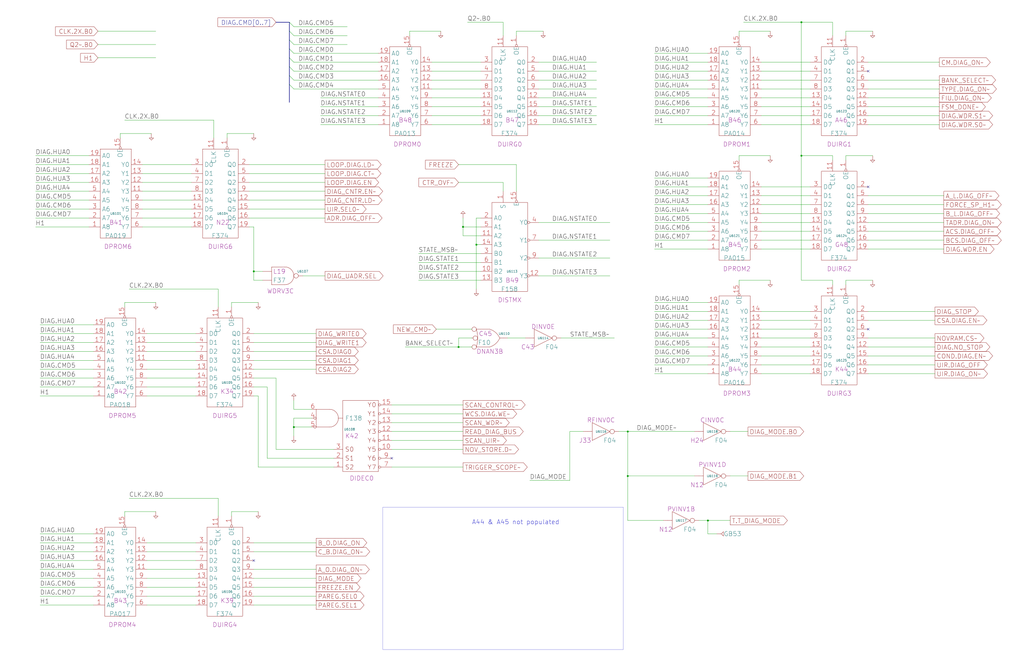
<source format=kicad_sch>
(kicad_sch (version 20250114) (generator "eeschema") (generator_version "9.0")
  (paper "User" 584.2 378.46)
  (title_block (title "DIAGNOSTIC PROCESSOR\\nFINITE STATE MACHINE") (date "15-MAR-90") (rev "1.0") (comment 1 "TYPE") (comment 2 "232-003062") (comment 3 "S400") (comment 4 "RELEASED"))
  (text "A44 & A45 not populated" (at 269.24 299.72 0) (effects (font (size 2.54 2.54)) (justify left bottom)))
  (junction (at 358.14 246.38))
  (junction (at 264.16 129.54))
  (junction (at 358.14 271.78))
  (junction (at 144.78 154.94))
  (junction (at 167.64 243.84))
  (junction (at 271.78 139.7))
  (junction (at 457.2 12.7))
  (junction (at 261.62 198.12))
  (junction (at 403.86 297.18))
  (junction (at 457.2 88.9))
  (no_connect (at 495.3 40.64))
  (no_connect (at 144.78 320.04))
  (no_connect (at 223.52 261.62))
  (no_connect (at 495.3 106.68))
  (no_connect (at 495.3 187.96))
  (bus_entry (at 165.1 12.7) (size 2.54 2.54))
  (bus_entry (at 165.1 17.78) (size 2.54 2.54))
  (bus_entry (at 165.1 27.94) (size 2.54 2.54))
  (bus_entry (at 165.1 22.86) (size 2.54 2.54))
  (bus_entry (at 165.1 38.1) (size 2.54 2.54))
  (bus_entry (at 165.1 33.02) (size 2.54 2.54))
  (bus_entry (at 165.1 48.26) (size 2.54 2.54))
  (bus_entry (at 165.1 43.18) (size 2.54 2.54))
  (wire (pts (xy 495.3 35.56) (xy 535.94 35.56)))
  (wire (pts (xy 482.6 160.02) (xy 482.6 162.56)))
  (wire (pts (xy 20.32 93.98) (xy 50.8 93.98)))
  (wire (pts (xy 416.56 271.78) (xy 426.72 271.78)))
  (wire (pts (xy 20.32 99.06) (xy 50.8 99.06)))
  (wire (pts (xy 157.48 256.54) (xy 190.5 256.54)))
  (wire (pts (xy 294.64 93.98) (xy 261.62 93.98)))
  (wire (pts (xy 81.28 119.38) (xy 109.22 119.38)))
  (bus (pts (xy 165.1 27.94) (xy 165.1 33.02)))
  (wire (pts (xy 182.88 55.88) (xy 215.9 55.88)))
  (wire (pts (xy 142.24 99.06) (xy 185.42 99.06)))
  (wire (pts (xy 246.38 71.12) (xy 274.32 71.12)))
  (wire (pts (xy 246.38 35.56) (xy 274.32 35.56)))
  (wire (pts (xy 497.84 160.02) (xy 482.6 160.02)))
  (wire (pts (xy 144.78 309.88) (xy 180.34 309.88)))
  (wire (pts (xy 403.86 297.18) (xy 416.56 297.18)))
  (wire (pts (xy 261.62 193.04) (xy 261.62 198.12)))
  (polyline (pts (xy 220.98 289.56) (xy 355.6 289.56)) (stroke (width 0.0305)))
  (wire (pts (xy 421.64 88.9) (xy 421.64 91.44)))
  (wire (pts (xy 55.88 25.4) (xy 88.9 25.4)))
  (wire (pts (xy 20.32 88.9) (xy 50.8 88.9)))
  (wire (pts (xy 271.78 139.7) (xy 271.78 165.1)))
  (wire (pts (xy 223.52 241.3) (xy 264.16 241.3)))
  (wire (pts (xy 83.82 330.2) (xy 111.76 330.2)))
  (wire (pts (xy 142.24 104.14) (xy 185.42 104.14)))
  (wire (pts (xy 495.3 193.04) (xy 533.4 193.04)))
  (wire (pts (xy 358.14 246.38) (xy 396.24 246.38)))
  (wire (pts (xy 55.88 33.02) (xy 88.9 33.02)))
  (wire (pts (xy 182.88 60.96) (xy 215.9 60.96)))
  (wire (pts (xy 73.66 165.1) (xy 124.46 165.1)))
  (wire (pts (xy 434.34 50.8) (xy 462.28 50.8)))
  (wire (pts (xy 287.02 104.14) (xy 261.62 104.14)))
  (wire (pts (xy 264.16 129.54) (xy 264.16 124.46)))
  (wire (pts (xy 307.34 157.48) (xy 347.98 157.48)))
  (wire (pts (xy 373.38 101.6) (xy 403.86 101.6)))
  (wire (pts (xy 83.82 335.28) (xy 111.76 335.28)))
  (wire (pts (xy 248.92 187.96) (xy 269.24 187.96)))
  (wire (pts (xy 309.88 17.78) (xy 294.64 17.78)))
  (wire (pts (xy 121.92 78.74) (xy 121.92 68.58)))
  (wire (pts (xy 373.38 40.64) (xy 403.86 40.64)))
  (wire (pts (xy 246.38 60.96) (xy 274.32 60.96)))
  (wire (pts (xy 294.64 17.78) (xy 294.64 20.32)))
  (wire (pts (xy 495.3 208.28) (xy 533.4 208.28)))
  (wire (pts (xy 238.76 149.86) (xy 274.32 149.86)))
  (wire (pts (xy 238.76 154.94) (xy 274.32 154.94)))
  (bus (pts (xy 165.1 33.02) (xy 165.1 38.1)))
  (wire (pts (xy 373.38 121.92) (xy 403.86 121.92)))
  (wire (pts (xy 142.24 119.38) (xy 185.42 119.38)))
  (wire (pts (xy 307.34 50.8) (xy 340.36 50.8)))
  (wire (pts (xy 358.14 271.78) (xy 358.14 246.38)))
  (wire (pts (xy 264.16 134.62) (xy 264.16 129.54)))
  (wire (pts (xy 22.86 195.58) (xy 53.34 195.58)))
  (wire (pts (xy 22.86 345.44) (xy 53.34 345.44)))
  (wire (pts (xy 495.3 213.36) (xy 533.4 213.36)))
  (wire (pts (xy 373.38 198.12) (xy 403.86 198.12)))
  (wire (pts (xy 307.34 40.64) (xy 340.36 40.64)))
  (wire (pts (xy 157.48 215.9) (xy 157.48 256.54)))
  (wire (pts (xy 20.32 109.22) (xy 50.8 109.22)))
  (wire (pts (xy 144.78 314.96) (xy 180.34 314.96)))
  (wire (pts (xy 434.34 187.96) (xy 462.28 187.96)))
  (wire (pts (xy 497.84 17.78) (xy 482.6 17.78)))
  (wire (pts (xy 144.78 330.2) (xy 180.34 330.2)))
  (wire (pts (xy 307.34 55.88) (xy 340.36 55.88)))
  (wire (pts (xy 434.34 203.2) (xy 462.28 203.2)))
  (wire (pts (xy 124.46 175.26) (xy 124.46 165.1)))
  (wire (pts (xy 83.82 340.36) (xy 111.76 340.36)))
  (wire (pts (xy 307.34 71.12) (xy 340.36 71.12)))
  (wire (pts (xy 88.9 292.1) (xy 71.12 292.1)))
  (wire (pts (xy 22.86 200.66) (xy 53.34 200.66)))
  (wire (pts (xy 434.34 66.04) (xy 462.28 66.04)))
  (wire (pts (xy 434.34 142.24) (xy 462.28 142.24)))
  (wire (pts (xy 434.34 121.92) (xy 462.28 121.92)))
  (wire (pts (xy 83.82 205.74) (xy 111.76 205.74)))
  (wire (pts (xy 274.32 129.54) (xy 264.16 129.54)))
  (wire (pts (xy 271.78 124.46) (xy 271.78 139.7)))
  (wire (pts (xy 20.32 104.14) (xy 50.8 104.14)))
  (wire (pts (xy 147.32 226.06) (xy 147.32 266.7)))
  (wire (pts (xy 233.68 17.78) (xy 233.68 20.32)))
  (wire (pts (xy 434.34 182.88) (xy 462.28 182.88)))
  (wire (pts (xy 83.82 210.82) (xy 111.76 210.82)))
  (wire (pts (xy 325.12 274.32) (xy 302.26 274.32)))
  (wire (pts (xy 152.4 261.62) (xy 190.5 261.62)))
  (wire (pts (xy 246.38 55.88) (xy 274.32 55.88)))
  (wire (pts (xy 142.24 109.22) (xy 185.42 109.22)))
  (bus (pts (xy 165.1 17.78) (xy 165.1 22.86)))
  (wire (pts (xy 144.78 190.5) (xy 180.34 190.5)))
  (polyline (pts (xy 218.44 289.56) (xy 220.98 289.56)) (stroke (width 0.0305)))
  (wire (pts (xy 22.86 226.06) (xy 53.34 226.06)))
  (wire (pts (xy 434.34 106.68) (xy 462.28 106.68)))
  (wire (pts (xy 434.34 132.08) (xy 462.28 132.08)))
  (wire (pts (xy 20.32 124.46) (xy 50.8 124.46)))
  (wire (pts (xy 144.78 226.06) (xy 147.32 226.06)))
  (wire (pts (xy 495.3 111.76) (xy 538.48 111.76)))
  (wire (pts (xy 83.82 215.9) (xy 111.76 215.9)))
  (wire (pts (xy 167.64 243.84) (xy 167.64 248.92)))
  (wire (pts (xy 495.3 116.84) (xy 538.48 116.84)))
  (wire (pts (xy 495.3 50.8) (xy 535.94 50.8)))
  (wire (pts (xy 495.3 177.8) (xy 533.4 177.8)))
  (wire (pts (xy 434.34 137.16) (xy 462.28 137.16)))
  (wire (pts (xy 274.32 124.46) (xy 271.78 124.46)))
  (wire (pts (xy 182.88 71.12) (xy 215.9 71.12)))
  (wire (pts (xy 358.14 271.78) (xy 396.24 271.78)))
  (wire (pts (xy 167.64 50.8) (xy 215.9 50.8)))
  (wire (pts (xy 83.82 325.12) (xy 111.76 325.12)))
  (wire (pts (xy 495.3 203.2) (xy 533.4 203.2)))
  (wire (pts (xy 22.86 190.5) (xy 53.34 190.5)))
  (wire (pts (xy 22.86 304.8) (xy 53.34 304.8)))
  (wire (pts (xy 251.46 17.78) (xy 233.68 17.78)))
  (wire (pts (xy 144.78 200.66) (xy 180.34 200.66)))
  (wire (pts (xy 373.38 35.56) (xy 403.86 35.56)))
  (wire (pts (xy 495.3 198.12) (xy 533.4 198.12)))
  (wire (pts (xy 495.3 121.92) (xy 538.48 121.92)))
  (wire (pts (xy 167.64 243.84) (xy 177.8 243.84)))
  (wire (pts (xy 434.34 35.56) (xy 462.28 35.56)))
  (wire (pts (xy 132.08 292.1) (xy 132.08 294.64)))
  (wire (pts (xy 144.78 335.28) (xy 180.34 335.28)))
  (wire (pts (xy 223.52 256.54) (xy 264.16 256.54)))
  (wire (pts (xy 307.34 147.32) (xy 347.98 147.32)))
  (wire (pts (xy 434.34 111.76) (xy 462.28 111.76)))
  (wire (pts (xy 22.86 340.36) (xy 53.34 340.36)))
  (wire (pts (xy 223.52 266.7) (xy 264.16 266.7)))
  (wire (pts (xy 495.3 182.88) (xy 533.4 182.88)))
  (wire (pts (xy 142.24 93.98) (xy 185.42 93.98)))
  (wire (pts (xy 144.78 345.44) (xy 180.34 345.44)))
  (wire (pts (xy 474.98 20.32) (xy 474.98 12.7)))
  (wire (pts (xy 408.94 304.8) (xy 403.86 304.8)))
  (bus (pts (xy 165.1 43.18) (xy 165.1 48.26)))
  (wire (pts (xy 223.52 246.38) (xy 264.16 246.38)))
  (wire (pts (xy 81.28 109.22) (xy 109.22 109.22)))
  (wire (pts (xy 373.38 50.8) (xy 403.86 50.8)))
  (wire (pts (xy 81.28 104.14) (xy 109.22 104.14)))
  (wire (pts (xy 373.38 172.72) (xy 403.86 172.72)))
  (wire (pts (xy 373.38 182.88) (xy 403.86 182.88)))
  (bus (pts (xy 165.1 48.26) (xy 165.1 58.42)))
  (wire (pts (xy 246.38 50.8) (xy 274.32 50.8)))
  (wire (pts (xy 373.38 30.48) (xy 403.86 30.48)))
  (wire (pts (xy 83.82 190.5) (xy 111.76 190.5)))
  (wire (pts (xy 144.78 220.98) (xy 152.4 220.98)))
  (wire (pts (xy 83.82 309.88) (xy 111.76 309.88)))
  (wire (pts (xy 287.02 109.22) (xy 287.02 104.14)))
  (wire (pts (xy 434.34 198.12) (xy 462.28 198.12)))
  (wire (pts (xy 83.82 314.96) (xy 111.76 314.96)))
  (wire (pts (xy 71.12 292.1) (xy 71.12 294.64)))
  (polyline (pts (xy 218.44 370.84) (xy 218.44 289.56)) (stroke (width 0.0305)))
  (polyline (pts (xy 355.6 370.84) (xy 218.44 370.84)) (stroke (width 0.0305)))
  (wire (pts (xy 246.38 40.64) (xy 274.32 40.64)))
  (wire (pts (xy 238.76 160.02) (xy 274.32 160.02)))
  (wire (pts (xy 231.14 198.12) (xy 261.62 198.12)))
  (wire (pts (xy 144.78 160.02) (xy 144.78 154.94)))
  (wire (pts (xy 457.2 88.9) (xy 457.2 160.02)))
  (wire (pts (xy 144.78 210.82) (xy 180.34 210.82)))
  (wire (pts (xy 144.78 325.12) (xy 180.34 325.12)))
  (wire (pts (xy 129.54 76.2) (xy 129.54 78.74)))
  (wire (pts (xy 22.86 220.98) (xy 53.34 220.98)))
  (wire (pts (xy 434.34 55.88) (xy 462.28 55.88)))
  (wire (pts (xy 274.32 134.62) (xy 264.16 134.62)))
  (wire (pts (xy 167.64 15.24) (xy 198.12 15.24)))
  (wire (pts (xy 223.52 231.14) (xy 264.16 231.14)))
  (wire (pts (xy 20.32 114.3) (xy 50.8 114.3)))
  (wire (pts (xy 373.38 111.76) (xy 403.86 111.76)))
  (wire (pts (xy 497.84 88.9) (xy 482.6 88.9)))
  (wire (pts (xy 434.34 40.64) (xy 462.28 40.64)))
  (wire (pts (xy 373.38 203.2) (xy 403.86 203.2)))
  (wire (pts (xy 20.32 129.54) (xy 50.8 129.54)))
  (wire (pts (xy 325.12 246.38) (xy 325.12 274.32)))
  (wire (pts (xy 261.62 198.12) (xy 269.24 198.12)))
  (wire (pts (xy 266.7 12.7) (xy 287.02 12.7)))
  (wire (pts (xy 373.38 45.72) (xy 403.86 45.72)))
  (wire (pts (xy 83.82 226.06) (xy 111.76 226.06)))
  (wire (pts (xy 152.4 220.98) (xy 152.4 261.62)))
  (wire (pts (xy 495.3 71.12) (xy 535.94 71.12)))
  (wire (pts (xy 246.38 45.72) (xy 274.32 45.72)))
  (wire (pts (xy 223.52 251.46) (xy 264.16 251.46)))
  (wire (pts (xy 81.28 129.54) (xy 109.22 129.54)))
  (wire (pts (xy 144.78 76.2) (xy 129.54 76.2)))
  (wire (pts (xy 147.32 266.7) (xy 190.5 266.7)))
  (wire (pts (xy 495.3 45.72) (xy 535.94 45.72)))
  (wire (pts (xy 373.38 213.36) (xy 403.86 213.36)))
  (wire (pts (xy 439.42 160.02) (xy 421.64 160.02)))
  (wire (pts (xy 68.58 76.2) (xy 68.58 78.74)))
  (wire (pts (xy 86.36 76.2) (xy 68.58 76.2)))
  (wire (pts (xy 482.6 17.78) (xy 482.6 20.32)))
  (wire (pts (xy 81.28 93.98) (xy 109.22 93.98)))
  (wire (pts (xy 373.38 71.12) (xy 403.86 71.12)))
  (wire (pts (xy 294.64 109.22) (xy 294.64 93.98)))
  (wire (pts (xy 167.64 25.4) (xy 198.12 25.4)))
  (wire (pts (xy 238.76 144.78) (xy 274.32 144.78)))
  (wire (pts (xy 147.32 292.1) (xy 132.08 292.1)))
  (wire (pts (xy 403.86 304.8) (xy 403.86 297.18)))
  (wire (pts (xy 167.64 40.64) (xy 215.9 40.64)))
  (wire (pts (xy 149.86 160.02) (xy 144.78 160.02)))
  (wire (pts (xy 373.38 132.08) (xy 403.86 132.08)))
  (wire (pts (xy 22.86 320.04) (xy 53.34 320.04)))
  (wire (pts (xy 22.86 309.88) (xy 53.34 309.88)))
  (wire (pts (xy 144.78 215.9) (xy 157.48 215.9)))
  (polyline (pts (xy 355.6 289.56) (xy 355.6 370.84)) (stroke (width 0.0305)))
  (bus (pts (xy 165.1 22.86) (xy 165.1 27.94)))
  (wire (pts (xy 495.3 127) (xy 538.48 127)))
  (wire (pts (xy 20.32 119.38) (xy 50.8 119.38)))
  (wire (pts (xy 434.34 60.96) (xy 462.28 60.96)))
  (wire (pts (xy 482.6 88.9) (xy 482.6 91.44)))
  (wire (pts (xy 373.38 60.96) (xy 403.86 60.96)))
  (wire (pts (xy 81.28 124.46) (xy 109.22 124.46)))
  (wire (pts (xy 22.86 330.2) (xy 53.34 330.2)))
  (bus (pts (xy 165.1 12.7) (xy 165.1 17.78)))
  (wire (pts (xy 332.74 246.38) (xy 325.12 246.38)))
  (wire (pts (xy 223.52 236.22) (xy 264.16 236.22)))
  (wire (pts (xy 434.34 208.28) (xy 462.28 208.28)))
  (wire (pts (xy 474.98 91.44) (xy 474.98 88.9)))
  (wire (pts (xy 144.78 195.58) (xy 180.34 195.58)))
  (wire (pts (xy 474.98 162.56) (xy 474.98 160.02)))
  (wire (pts (xy 71.12 68.58) (xy 121.92 68.58)))
  (wire (pts (xy 124.46 294.64) (xy 124.46 284.48)))
  (wire (pts (xy 83.82 195.58) (xy 111.76 195.58)))
  (wire (pts (xy 434.34 177.8) (xy 462.28 177.8)))
  (wire (pts (xy 289.56 193.04) (xy 299.72 193.04)))
  (wire (pts (xy 172.72 157.48) (xy 185.42 157.48)))
  (wire (pts (xy 132.08 172.72) (xy 132.08 175.26)))
  (wire (pts (xy 73.66 284.48) (xy 124.46 284.48)))
  (wire (pts (xy 358.14 297.18) (xy 358.14 271.78)))
  (wire (pts (xy 307.34 45.72) (xy 340.36 45.72)))
  (wire (pts (xy 83.82 200.66) (xy 111.76 200.66)))
  (wire (pts (xy 83.82 220.98) (xy 111.76 220.98)))
  (wire (pts (xy 144.78 154.94) (xy 144.78 129.54)))
  (wire (pts (xy 177.8 233.68) (xy 167.64 233.68)))
  (wire (pts (xy 246.38 66.04) (xy 274.32 66.04)))
  (wire (pts (xy 81.28 99.06) (xy 109.22 99.06)))
  (wire (pts (xy 495.3 132.08) (xy 538.48 132.08)))
  (wire (pts (xy 271.78 139.7) (xy 274.32 139.7)))
  (wire (pts (xy 83.82 345.44) (xy 111.76 345.44)))
  (wire (pts (xy 167.64 20.32) (xy 198.12 20.32)))
  (wire (pts (xy 353.06 246.38) (xy 358.14 246.38)))
  (wire (pts (xy 144.78 154.94) (xy 149.86 154.94)))
  (wire (pts (xy 373.38 116.84) (xy 403.86 116.84)))
  (wire (pts (xy 434.34 193.04) (xy 462.28 193.04)))
  (wire (pts (xy 167.64 45.72) (xy 215.9 45.72)))
  (wire (pts (xy 421.64 17.78) (xy 421.64 20.32)))
  (wire (pts (xy 373.38 106.68) (xy 403.86 106.68)))
  (wire (pts (xy 434.34 213.36) (xy 462.28 213.36)))
  (wire (pts (xy 495.3 137.16) (xy 538.48 137.16)))
  (wire (pts (xy 439.42 17.78) (xy 421.64 17.78)))
  (wire (pts (xy 434.34 71.12) (xy 462.28 71.12)))
  (wire (pts (xy 495.3 66.04) (xy 535.94 66.04)))
  (wire (pts (xy 307.34 137.16) (xy 347.98 137.16)))
  (wire (pts (xy 167.64 35.56) (xy 215.9 35.56)))
  (wire (pts (xy 307.34 66.04) (xy 340.36 66.04)))
  (wire (pts (xy 416.56 246.38) (xy 426.72 246.38)))
  (wire (pts (xy 177.8 238.76) (xy 167.64 238.76)))
  (wire (pts (xy 434.34 116.84) (xy 462.28 116.84)))
  (bus (pts (xy 157.48 12.7) (xy 165.1 12.7)))
  (wire (pts (xy 320.04 193.04) (xy 350.52 193.04)))
  (wire (pts (xy 373.38 187.96) (xy 403.86 187.96)))
  (wire (pts (xy 83.82 320.04) (xy 111.76 320.04)))
  (wire (pts (xy 434.34 45.72) (xy 462.28 45.72)))
  (wire (pts (xy 378.46 297.18) (xy 358.14 297.18)))
  (wire (pts (xy 457.2 12.7) (xy 457.2 88.9)))
  (wire (pts (xy 269.24 193.04) (xy 261.62 193.04)))
  (wire (pts (xy 373.38 55.88) (xy 403.86 55.88)))
  (wire (pts (xy 495.3 142.24) (xy 538.48 142.24)))
  (wire (pts (xy 167.64 238.76) (xy 167.64 243.84)))
  (wire (pts (xy 144.78 129.54) (xy 142.24 129.54)))
  (wire (pts (xy 287.02 20.32) (xy 287.02 12.7)))
  (wire (pts (xy 398.78 297.18) (xy 403.86 297.18)))
  (wire (pts (xy 81.28 114.3) (xy 109.22 114.3)))
  (wire (pts (xy 88.9 172.72) (xy 71.12 172.72)))
  (wire (pts (xy 22.86 210.82) (xy 53.34 210.82)))
  (wire (pts (xy 434.34 127) (xy 462.28 127)))
  (wire (pts (xy 307.34 35.56) (xy 340.36 35.56)))
  (wire (pts (xy 22.86 325.12) (xy 53.34 325.12)))
  (wire (pts (xy 495.3 60.96) (xy 535.94 60.96)))
  (wire (pts (xy 167.64 233.68) (xy 167.64 228.6)))
  (wire (pts (xy 182.88 66.04) (xy 215.9 66.04)))
  (wire (pts (xy 55.88 17.78) (xy 88.9 17.78)))
  (wire (pts (xy 147.32 172.72) (xy 132.08 172.72)))
  (wire (pts (xy 22.86 215.9) (xy 53.34 215.9)))
  (wire (pts (xy 22.86 205.74) (xy 53.34 205.74)))
  (wire (pts (xy 144.78 205.74) (xy 180.34 205.74)))
  (wire (pts (xy 373.38 127) (xy 403.86 127)))
  (wire (pts (xy 142.24 114.3) (xy 185.42 114.3)))
  (wire (pts (xy 22.86 335.28) (xy 53.34 335.28)))
  (wire (pts (xy 307.34 127) (xy 347.98 127)))
  (wire (pts (xy 144.78 340.36) (xy 180.34 340.36)))
  (wire (pts (xy 474.98 88.9) (xy 457.2 88.9)))
  (wire (pts (xy 142.24 124.46) (xy 185.42 124.46)))
  (wire (pts (xy 424.18 12.7) (xy 457.2 12.7)))
  (wire (pts (xy 22.86 314.96) (xy 53.34 314.96)))
  (wire (pts (xy 457.2 12.7) (xy 474.98 12.7)))
  (wire (pts (xy 421.64 160.02) (xy 421.64 162.56)))
  (wire (pts (xy 474.98 160.02) (xy 457.2 160.02)))
  (bus (pts (xy 165.1 38.1) (xy 165.1 43.18)))
  (wire (pts (xy 167.64 30.48) (xy 215.9 30.48)))
  (wire (pts (xy 373.38 66.04) (xy 403.86 66.04)))
  (wire (pts (xy 439.42 88.9) (xy 421.64 88.9)))
  (wire (pts (xy 71.12 172.72) (xy 71.12 175.26)))
  (wire (pts (xy 373.38 177.8) (xy 403.86 177.8)))
  (wire (pts (xy 373.38 208.28) (xy 403.86 208.28)))
  (wire (pts (xy 22.86 185.42) (xy 53.34 185.42)))
  (wire (pts (xy 373.38 142.24) (xy 403.86 142.24)))
  (wire (pts (xy 373.38 137.16) (xy 403.86 137.16)))
  (wire (pts (xy 495.3 55.88) (xy 535.94 55.88)))
  (wire (pts (xy 373.38 193.04) (xy 403.86 193.04)))
  (wire (pts (xy 307.34 60.96) (xy 340.36 60.96)))
  (label "DIAG.NSTATE0" (at 314.96 127 0) (effects (font (size 2.54 2.54))))
  (label "DIAG.CMD6" (at 373.38 60.96 0) (effects (font (size 2.54 2.54))))
  (label "Q2~.B0" (at 266.7 12.7 0) (effects (font (size 2.54 2.54))))
  (label "DIAG.CMD2" (at 170.18 40.64 0) (effects (font (size 2.54 2.54))))
  (label "DIAG.CMD6" (at 373.38 132.08 0) (effects (font (size 2.54 2.54))))
  (label "H1" (at 373.38 71.12 0) (effects (font (size 2.54 2.54))))
  (label "DIAG.HUA0" (at 373.38 172.72 0) (effects (font (size 2.54 2.54))))
  (label "DIAG.CMD5" (at 22.86 210.82 0) (effects (font (size 2.54 2.54))))
  (label "DIAG.CMD7" (at 22.86 340.36 0) (effects (font (size 2.54 2.54))))
  (label "H1" (at 22.86 345.44 0) (effects (font (size 2.54 2.54))))
  (label "H1" (at 20.32 129.54 0) (effects (font (size 2.54 2.54))))
  (label "DIAG.STATE2" (at 314.96 66.04 0) (effects (font (size 2.54 2.54))))
  (label "H1" (at 373.38 213.36 0) (effects (font (size 2.54 2.54))))
  (label "DIAG.NSTATE2" (at 314.96 147.32 0) (effects (font (size 2.54 2.54))))
  (label "DIAG.HUA1" (at 22.86 309.88 0) (effects (font (size 2.54 2.54))))
  (label "DIAG.NSTATE3" (at 314.96 157.48 0) (effects (font (size 2.54 2.54))))
  (label "DIAG.HUA2" (at 373.38 182.88 0) (effects (font (size 2.54 2.54))))
  (label "DIAG.HUA4" (at 22.86 205.74 0) (effects (font (size 2.54 2.54))))
  (label "DIAG.HUA0" (at 20.32 88.9 0) (effects (font (size 2.54 2.54))))
  (label "DIAG.NSTATE0" (at 182.88 55.88 0) (effects (font (size 2.54 2.54))))
  (label "DIAG.HUA0" (at 373.38 101.6 0) (effects (font (size 2.54 2.54))))
  (label "DIAG.HUA1" (at 314.96 40.64 0) (effects (font (size 2.54 2.54))))
  (label "DIAG.HUA2" (at 314.96 45.72 0) (effects (font (size 2.54 2.54))))
  (label "DIAG.STATE3" (at 314.96 71.12 0) (effects (font (size 2.54 2.54))))
  (label "CLK.2X.B0" (at 71.12 68.58 0) (effects (font (size 2.54 2.54))))
  (label "DIAG.CMD4" (at 170.18 50.8 0) (effects (font (size 2.54 2.54))))
  (label "DIAG.NSTATE2" (at 182.88 66.04 0) (effects (font (size 2.54 2.54))))
  (label "DIAG.CMD5" (at 22.86 330.2 0) (effects (font (size 2.54 2.54))))
  (label "DIAG.CMD6" (at 22.86 335.28 0) (effects (font (size 2.54 2.54))))
  (label "DIAG.HUA4" (at 373.38 121.92 0) (effects (font (size 2.54 2.54))))
  (label "DIAG.HUA4" (at 314.96 55.88 0) (effects (font (size 2.54 2.54))))
  (label "DIAG.HUA2" (at 373.38 40.64 0) (effects (font (size 2.54 2.54))))
  (label "DIAG.HUA4" (at 22.86 325.12 0) (effects (font (size 2.54 2.54))))
  (label "DIAG.HUA1" (at 373.38 177.8 0) (effects (font (size 2.54 2.54))))
  (label "DIAG.HUA1" (at 373.38 35.56 0) (effects (font (size 2.54 2.54))))
  (label "DIAG.NSTATE3" (at 182.88 71.12 0) (effects (font (size 2.54 2.54))))
  (label "DIAG.CMD1" (at 170.18 35.56 0) (effects (font (size 2.54 2.54))))
  (label "DIAG.HUA1" (at 373.38 106.68 0) (effects (font (size 2.54 2.54))))
  (label "DIAG.CMD5" (at 373.38 55.88 0) (effects (font (size 2.54 2.54))))
  (label "DIAG.HUA3" (at 20.32 104.14 0) (effects (font (size 2.54 2.54))))
  (label "DIAG.HUA1" (at 20.32 93.98 0) (effects (font (size 2.54 2.54))))
  (label "DIAG.CMD6" (at 170.18 20.32 0) (effects (font (size 2.54 2.54))))
  (label "CLK.2X.B0" (at 73.66 284.48 0) (effects (font (size 2.54 2.54))))
  (label "DIAG.CMD7" (at 22.86 220.98 0) (effects (font (size 2.54 2.54))))
  (label "DIAG.CMD6" (at 22.86 215.9 0) (effects (font (size 2.54 2.54))))
  (label "DIAG.CMD0" (at 170.18 30.48 0) (effects (font (size 2.54 2.54))))
  (label "DIAG_MODE~" (at 363.22 246.38 0) (effects (font (size 2.54 2.54))))
  (label "DIAG.CMD7" (at 373.38 137.16 0) (effects (font (size 2.54 2.54))))
  (label "DIAG.CMD6" (at 20.32 119.38 0) (effects (font (size 2.54 2.54))))
  (label "H1" (at 373.38 142.24 0) (effects (font (size 2.54 2.54))))
  (label "DIAG.CMD5" (at 20.32 114.3 0) (effects (font (size 2.54 2.54))))
  (label "DIAG.STATE1" (at 238.76 149.86 0) (effects (font (size 2.54 2.54))))
  (label "DIAG.STATE3" (at 238.76 160.02 0) (effects (font (size 2.54 2.54))))
  (label "DIAG.NSTATE1" (at 314.96 137.16 0) (effects (font (size 2.54 2.54))))
  (label "DIAG.CMD7" (at 170.18 25.4 0) (effects (font (size 2.54 2.54))))
  (label "DIAG.HUA0" (at 373.38 30.48 0) (effects (font (size 2.54 2.54))))
  (label "DIAG.STATE1" (at 314.96 60.96 0) (effects (font (size 2.54 2.54))))
  (label "DIAG.HUA3" (at 373.38 116.84 0) (effects (font (size 2.54 2.54))))
  (label "DIAG.HUA4" (at 20.32 109.22 0) (effects (font (size 2.54 2.54))))
  (label "DIAG.HUA3" (at 314.96 50.8 0) (effects (font (size 2.54 2.54))))
  (label "DIAG.CMD7" (at 373.38 208.28 0) (effects (font (size 2.54 2.54))))
  (label "DIAG.CMD7" (at 20.32 124.46 0) (effects (font (size 2.54 2.54))))
  (label "DIAG.HUA3" (at 373.38 187.96 0) (effects (font (size 2.54 2.54))))
  (label "DIAG.CMD5" (at 373.38 198.12 0) (effects (font (size 2.54 2.54))))
  (label "BANK_SELECT~" (at 231.14 198.12 0) (effects (font (size 2.54 2.54))))
  (label "DIAG.STATE2" (at 238.76 154.94 0) (effects (font (size 2.54 2.54))))
  (label "DIAG.HUA4" (at 373.38 50.8 0) (effects (font (size 2.54 2.54))))
  (label "DIAG.CMD5" (at 373.38 127 0) (effects (font (size 2.54 2.54))))
  (label "DIAG.CMD6" (at 373.38 203.2 0) (effects (font (size 2.54 2.54))))
  (label "DIAG.HUA2" (at 22.86 314.96 0) (effects (font (size 2.54 2.54))))
  (label "H1" (at 22.86 226.06 0) (effects (font (size 2.54 2.54))))
  (label "DIAG.CMD3" (at 170.18 45.72 0) (effects (font (size 2.54 2.54))))
  (label "DIAG.HUA0" (at 314.96 35.56 0) (effects (font (size 2.54 2.54))))
  (label "DIAG.HUA2" (at 373.38 111.76 0) (effects (font (size 2.54 2.54))))
  (label "DIAG.HUA1" (at 22.86 190.5 0) (effects (font (size 2.54 2.54))))
  (label "CLK.2X.B0" (at 73.66 165.1 0) (effects (font (size 2.54 2.54))))
  (label "DIAG.HUA3" (at 22.86 200.66 0) (effects (font (size 2.54 2.54))))
  (label "DIAG.HUA3" (at 373.38 45.72 0) (effects (font (size 2.54 2.54))))
  (label "DIAG_MODE" (at 302.26 274.32 0) (effects (font (size 2.54 2.54))))
  (label "DIAG.HUA0" (at 22.86 304.8 0) (effects (font (size 2.54 2.54))))
  (label "DIAG.HUA2" (at 20.32 99.06 0) (effects (font (size 2.54 2.54))))
  (label "DIAG.HUA2" (at 22.86 195.58 0) (effects (font (size 2.54 2.54))))
  (label "DIAG.HUA4" (at 373.38 193.04 0) (effects (font (size 2.54 2.54))))
  (label "DIAG.NSTATE1" (at 182.88 60.96 0) (effects (font (size 2.54 2.54))))
  (label "CLK.2X.B0" (at 424.18 12.7 0) (effects (font (size 2.54 2.54))))
  (label "STATE_MSB~" (at 325.12 193.04 0) (effects (font (size 2.54 2.54))))
  (label "DIAG.CMD5" (at 170.18 15.24 0) (effects (font (size 2.54 2.54))))
  (label "STATE_MSB~" (at 238.76 144.78 0) (effects (font (size 2.54 2.54))))
  (label "DIAG.HUA0" (at 22.86 185.42 0) (effects (font (size 2.54 2.54))))
  (label "DIAG.CMD7" (at 373.38 66.04 0) (effects (font (size 2.54 2.54))))
  (label "DIAG.HUA3" (at 22.86 320.04 0) (effects (font (size 2.54 2.54))))
  (global_label "SCAN_CONTROL~" (shape output) (at 264.16 231.14 0) (effects (font (size 2.54 2.54))) (property "Intersheetrefs" "${INTERSHEET_REFS}" (at 299.3965 230.9813 0) (effects (font (size 1.905 1.905)) (justify left))))
  (global_label "UIR.DIAG_ON~" (shape output) (at 533.4 213.36 0) (effects (font (size 2.54 2.54))) (property "Intersheetrefs" "${INTERSHEET_REFS}" (at 563.1936 213.2013 0) (effects (font (size 1.905 1.905)) (justify left))))
  (global_label "FORCE_SP_H1~" (shape output) (at 538.48 116.84 0) (effects (font (size 2.54 2.54))) (property "Intersheetrefs" "${INTERSHEET_REFS}" (at 571.0555 116.6813 0) (effects (font (size 1.905 1.905)) (justify left))))
  (global_label "PAREG.SEL1" (shape output) (at 180.34 345.44 0) (effects (font (size 2.54 2.54))) (property "Intersheetrefs" "${INTERSHEET_REFS}" (at 207.4726 345.2813 0) (effects (font (size 1.905 1.905)) (justify left))))
  (global_label "SCAN_UIR~" (shape output) (at 264.16 251.46 0) (effects (font (size 2.54 2.54))) (property "Intersheetrefs" "${INTERSHEET_REFS}" (at 288.7526 251.3013 0) (effects (font (size 1.905 1.905)) (justify left))))
  (global_label "READ_DIAG_BUS" (shape output) (at 264.16 246.38 0) (effects (font (size 2.54 2.54))) (property "Intersheetrefs" "${INTERSHEET_REFS}" (at 298.3079 246.2213 0) (effects (font (size 1.905 1.905)) (justify left))))
  (global_label "TRIGGER_SCOPE~" (shape output) (at 264.16 266.7 0) (effects (font (size 2.54 2.54))) (property "Intersheetrefs" "${INTERSHEET_REFS}" (at 300.606 266.5413 0) (effects (font (size 1.905 1.905)) (justify left))))
  (global_label "DIAG_UADR.SEL" (shape output) (at 185.42 157.48 0) (effects (font (size 2.54 2.54))) (property "Intersheetrefs" "${INTERSHEET_REFS}" (at 218.3584 157.3213 0) (effects (font (size 1.905 1.905)) (justify left))))
  (global_label "A_O.DIAG_ON~" (shape output) (at 180.34 325.12 0) (effects (font (size 2.54 2.54))) (property "Intersheetrefs" "${INTERSHEET_REFS}" (at 210.4965 324.9613 0) (effects (font (size 1.905 1.905)) (justify left))))
  (global_label "DIAG_MODE.B1" (shape output) (at 426.72 271.78 0) (effects (font (size 2.54 2.54))) (property "Intersheetrefs" "${INTERSHEET_REFS}" (at 458.3279 271.6213 0) (effects (font (size 1.905 1.905)) (justify left))))
  (global_label "ADR.DIAG_OFF~" (shape output) (at 185.42 124.46 0) (effects (font (size 2.54 2.54))) (property "Intersheetrefs" "${INTERSHEET_REFS}" (at 217.7536 124.3013 0) (effects (font (size 1.905 1.905)) (justify left))))
  (global_label "DIAG_MODE.B0" (shape output) (at 426.72 246.38 0) (effects (font (size 2.54 2.54))) (property "Intersheetrefs" "${INTERSHEET_REFS}" (at 458.3279 246.2213 0) (effects (font (size 1.905 1.905)) (justify left))))
  (global_label "DIAG_CNTR.EN~" (shape output) (at 185.42 109.22 0) (effects (font (size 2.54 2.54))) (property "Intersheetrefs" "${INTERSHEET_REFS}" (at 218.1165 109.0613 0) (effects (font (size 1.905 1.905)) (justify left))))
  (global_label "H1" (shape input) (at 55.88 33.02 180) (effects (font (size 2.54 2.54))) (property "Intersheetrefs" "${INTERSHEET_REFS}" (at 46.1645 32.8613 0) (effects (font (size 1.905 1.905)) (justify right))))
  (global_label "CSA.DIAG0" (shape output) (at 180.34 200.66 0) (effects (font (size 2.54 2.54))) (property "Intersheetrefs" "${INTERSHEET_REFS}" (at 204.2069 200.5013 0) (effects (font (size 1.905 1.905)) (justify left))))
  (global_label "DIAG.NO_STOP" (shape output) (at 533.4 198.12 0) (effects (font (size 2.54 2.54))) (property "Intersheetrefs" "${INTERSHEET_REFS}" (at 564.5241 197.9613 0) (effects (font (size 1.905 1.905)) (justify left))))
  (global_label "Q2~.B0" (shape input) (at 55.88 25.4 180) (effects (font (size 2.54 2.54))) (property "Intersheetrefs" "${INTERSHEET_REFS}" (at 38.1816 25.2413 0) (effects (font (size 1.905 1.905)) (justify right))))
  (global_label "ACS.DIAG_OFF~" (shape output) (at 538.48 132.08 0) (effects (font (size 2.54 2.54))) (property "Intersheetrefs" "${INTERSHEET_REFS}" (at 570.6926 131.9213 0) (effects (font (size 1.905 1.905)) (justify left))))
  (global_label "FREEZE" (shape input) (at 261.62 93.98 180) (effects (font (size 2.54 2.54))) (property "Intersheetrefs" "${INTERSHEET_REFS}" (at 242.954 93.8213 0) (effects (font (size 1.905 1.905)) (justify right))))
  (global_label "B_O.DIAG_ON" (shape output) (at 180.34 309.88 0) (effects (font (size 2.54 2.54))) (property "Intersheetrefs" "${INTERSHEET_REFS}" (at 209.045 309.7213 0) (effects (font (size 1.905 1.905)) (justify left))))
  (global_label "CTR_OVF~" (shape input) (at 261.62 104.14 180) (effects (font (size 2.54 2.54))) (property "Intersheetrefs" "${INTERSHEET_REFS}" (at 239.2045 103.9813 0) (effects (font (size 1.905 1.905)) (justify right))))
  (global_label "DIAG_WRITE0" (shape output) (at 180.34 190.5 0) (effects (font (size 2.54 2.54))) (property "Intersheetrefs" "${INTERSHEET_REFS}" (at 208.6822 190.3413 0) (effects (font (size 1.905 1.905)) (justify left))))
  (global_label "LOOP.DIAG.LD~" (shape output) (at 185.42 93.98 0) (effects (font (size 2.54 2.54))) (property "Intersheetrefs" "${INTERSHEET_REFS}" (at 217.2698 93.8213 0) (effects (font (size 1.905 1.905)) (justify left))))
  (global_label "FSM_DONE~" (shape output) (at 535.94 60.96 0) (effects (font (size 2.54 2.54))) (property "Intersheetrefs" "${INTERSHEET_REFS}" (at 562.1746 60.8013 0) (effects (font (size 1.905 1.905)) (justify left))))
  (global_label "PAREG.SEL0" (shape output) (at 180.34 340.36 0) (effects (font (size 2.54 2.54))) (property "Intersheetrefs" "${INTERSHEET_REFS}" (at 207.4726 340.2013 0) (effects (font (size 1.905 1.905)) (justify left))))
  (global_label "TADR.DIAG_ON~" (shape output) (at 538.48 127 0) (effects (font (size 2.54 2.54))) (property "Intersheetrefs" "${INTERSHEET_REFS}" (at 571.0555 126.8413 0) (effects (font (size 1.905 1.905)) (justify left))))
  (global_label "DIAG.CMD[0..7]" (shape input) (at 157.48 12.7 180) (effects (font (size 2.54 2.54))) (property "Intersheetrefs" "${INTERSHEET_REFS}" (at 124.5416 12.5413 0) (effects (font (size 1.905 1.905)) (justify right))))
  (global_label "COND.DIAG.EN~" (shape output) (at 533.4 203.2 0) (effects (font (size 2.54 2.54))) (property "Intersheetrefs" "${INTERSHEET_REFS}" (at 566.0965 203.0413 0) (effects (font (size 1.905 1.905)) (justify left))))
  (global_label "B_L.DIAG_OFF~" (shape output) (at 538.48 121.92 0) (effects (font (size 2.54 2.54))) (property "Intersheetrefs" "${INTERSHEET_REFS}" (at 570.0879 121.7613 0) (effects (font (size 1.905 1.905)) (justify left))))
  (global_label "DIAG_CNTR.LD~" (shape output) (at 185.42 114.3 0) (effects (font (size 2.54 2.54))) (property "Intersheetrefs" "${INTERSHEET_REFS}" (at 217.7536 114.1413 0) (effects (font (size 1.905 1.905)) (justify left))))
  (global_label "CLK.2X.B0" (shape input) (at 55.88 17.78 180) (effects (font (size 2.54 2.54))) (property "Intersheetrefs" "${INTERSHEET_REFS}" (at 31.8921 17.6213 0) (effects (font (size 1.905 1.905)) (justify right))))
  (global_label "TYPE.DIAG_ON~" (shape output) (at 535.94 50.8 0) (effects (font (size 2.54 2.54))) (property "Intersheetrefs" "${INTERSHEET_REFS}" (at 568.2736 50.6413 0) (effects (font (size 1.905 1.905)) (justify left))))
  (global_label "DIAG_MODE" (shape output) (at 180.34 330.2 0) (effects (font (size 2.54 2.54))) (property "Intersheetrefs" "${INTERSHEET_REFS}" (at 205.7793 330.0413 0) (effects (font (size 1.905 1.905)) (justify left))))
  (global_label "T.T_DIAG_MODE" (shape output) (at 416.56 297.18 0) (effects (font (size 2.54 2.54))) (property "Intersheetrefs" "${INTERSHEET_REFS}" (at 449.0145 297.0213 0) (effects (font (size 1.905 1.905)) (justify left))))
  (global_label "DIAG_WRITE1" (shape output) (at 180.34 195.58 0) (effects (font (size 2.54 2.54))) (property "Intersheetrefs" "${INTERSHEET_REFS}" (at 208.6822 195.4213 0) (effects (font (size 1.905 1.905)) (justify left))))
  (global_label "NEW_CMD~" (shape input) (at 248.92 187.96 180) (effects (font (size 2.54 2.54))) (property "Intersheetrefs" "${INTERSHEET_REFS}" (at 224.6902 187.8013 0) (effects (font (size 1.905 1.905)) (justify right))))
  (global_label "CSA.DIAG1" (shape output) (at 180.34 205.74 0) (effects (font (size 2.54 2.54))) (property "Intersheetrefs" "${INTERSHEET_REFS}" (at 204.2069 205.5813 0) (effects (font (size 1.905 1.905)) (justify left))))
  (global_label "FIU.DIAG_ON~" (shape output) (at 535.94 55.88 0) (effects (font (size 2.54 2.54))) (property "Intersheetrefs" "${INTERSHEET_REFS}" (at 565.3707 55.7213 0) (effects (font (size 1.905 1.905)) (justify left))))
  (global_label "LOOP.DIAG.CT~" (shape output) (at 185.42 99.06 0) (effects (font (size 2.54 2.54))) (property "Intersheetrefs" "${INTERSHEET_REFS}" (at 217.1488 98.9013 0) (effects (font (size 1.905 1.905)) (justify left))))
  (global_label "NOV_STORE.D~" (shape output) (at 264.16 256.54 0) (effects (font (size 2.54 2.54))) (property "Intersheetrefs" "${INTERSHEET_REFS}" (at 295.6469 256.3813 0) (effects (font (size 1.905 1.905)) (justify left))))
  (global_label "CM.DIAG_ON~" (shape output) (at 535.94 35.56 0) (effects (font (size 2.54 2.54))) (property "Intersheetrefs" "${INTERSHEET_REFS}" (at 564.766 35.4013 0) (effects (font (size 1.905 1.905)) (justify left))))
  (global_label "SCAN_WDR~" (shape output) (at 264.16 241.3 0) (effects (font (size 2.54 2.54))) (property "Intersheetrefs" "${INTERSHEET_REFS}" (at 290.325 241.1413 0) (effects (font (size 1.905 1.905)) (justify left))))
  (global_label "UIR.SEL0~" (shape output) (at 185.42 119.38 0) (effects (font (size 2.54 2.54))) (property "Intersheetrefs" "${INTERSHEET_REFS}" (at 208.6822 119.2213 0) (effects (font (size 1.905 1.905)) (justify left))))
  (global_label "UIR.DIAG_OFF" (shape output) (at 533.4 208.28 0) (effects (font (size 2.54 2.54))) (property "Intersheetrefs" "${INTERSHEET_REFS}" (at 563.0726 208.1213 0) (effects (font (size 1.905 1.905)) (justify left))))
  (global_label "CSA.DIAG2" (shape output) (at 180.34 210.82 0) (effects (font (size 2.54 2.54))) (property "Intersheetrefs" "${INTERSHEET_REFS}" (at 204.2069 210.6613 0) (effects (font (size 1.905 1.905)) (justify left))))
  (global_label "C_B.DIAG_ON~" (shape output) (at 180.34 314.96 0) (effects (font (size 2.54 2.54))) (property "Intersheetrefs" "${INTERSHEET_REFS}" (at 210.9289 314.8013 0) (effects (font (size 1.905 1.905)) (justify left))))
  (global_label "WCS.DIAG.WE~" (shape output) (at 264.16 236.22 0) (effects (font (size 2.54 2.54))) (property "Intersheetrefs" "${INTERSHEET_REFS}" (at 294.5584 236.0613 0) (effects (font (size 1.905 1.905)) (justify left))))
  (global_label "DIAG.WDR.S0~" (shape output) (at 535.94 71.12 0) (effects (font (size 2.54 2.54))) (property "Intersheetrefs" "${INTERSHEET_REFS}" (at 566.0965 70.9613 0) (effects (font (size 1.905 1.905)) (justify left))))
  (global_label "DIAG.WDR.S1~" (shape output) (at 535.94 66.04 0) (effects (font (size 2.54 2.54))) (property "Intersheetrefs" "${INTERSHEET_REFS}" (at 566.0965 65.8813 0) (effects (font (size 1.905 1.905)) (justify left))))
  (global_label "FREEZE.EN" (shape output) (at 180.34 335.28 0) (effects (font (size 2.54 2.54))) (property "Intersheetrefs" "${INTERSHEET_REFS}" (at 205.1745 335.1213 0) (effects (font (size 1.905 1.905)) (justify left))))
  (global_label "DIAG.WDR.EN" (shape output) (at 538.48 142.24 0) (effects (font (size 2.54 2.54))) (property "Intersheetrefs" "${INTERSHEET_REFS}" (at 566.9431 142.0813 0) (effects (font (size 1.905 1.905)) (justify left))))
  (global_label "NOVRAM.CS~" (shape output) (at 533.4 193.04 0) (effects (font (size 2.54 2.54))) (property "Intersheetrefs" "${INTERSHEET_REFS}" (at 561.1374 192.8813 0) (effects (font (size 1.905 1.905)) (justify left))))
  (global_label "BCS.DIAG_OFF~" (shape output) (at 538.48 137.16 0) (effects (font (size 2.54 2.54))) (property "Intersheetrefs" "${INTERSHEET_REFS}" (at 571.0555 137.0013 0) (effects (font (size 1.905 1.905)) (justify left))))
  (global_label "CSA.DIAG.EN~" (shape output) (at 533.4 182.88 0) (effects (font (size 2.54 2.54))) (property "Intersheetrefs" "${INTERSHEET_REFS}" (at 562.8307 182.7213 0) (effects (font (size 1.905 1.905)) (justify left))))
  (global_label "DIAG_STOP" (shape output) (at 533.4 177.8 0) (effects (font (size 2.54 2.54))) (property "Intersheetrefs" "${INTERSHEET_REFS}" (at 557.9926 177.6413 0) (effects (font (size 1.905 1.905)) (justify left))))
  (global_label "BANK_SELECT~" (shape output) (at 535.94 45.72 0) (effects (font (size 2.54 2.54))) (property "Intersheetrefs" "${INTERSHEET_REFS}" (at 567.7898 45.5613 0) (effects (font (size 1.905 1.905)) (justify left))))
  (global_label "A_L.DIAG_OFF~" (shape output) (at 538.48 111.76 0) (effects (font (size 2.54 2.54))) (property "Intersheetrefs" "${INTERSHEET_REFS}" (at 569.725 111.6013 0) (effects (font (size 1.905 1.905)) (justify left))))
  (global_label "LOOP.DIAG.EN" (shape output) (at 185.42 104.14 0) (effects (font (size 2.54 2.54))) (property "Intersheetrefs" "${INTERSHEET_REFS}" (at 215.8184 103.9813 0) (effects (font (size 1.905 1.905)) (justify left))))
  (symbol (lib_id "r1000:PAxxx") (at 66.04 342.9 0) (unit 1)
    (property "Reference" "U6103" (at 68.58 337.82 0))
    (property "Value" "PA017" (at 62.23 350.52 0) (effects (font (size 2.54 2.54)) (justify left)))
    (property "Location" "B43" (at 64.77 342.9 0) (effects (font (size 2.54 2.54)) (justify left)))
    (property "Name" "DPROM4" (at 69.85 358.14 0) (effects (font (size 2.54 2.54)) (justify bottom)))
  )
  (symbol (lib_id "r1000:F374") (at 127 342.9 0) (unit 1)
    (property "Reference" "U6106" (at 129.54 337.82 0))
    (property "Value" "F374" (at 123.19 350.52 0) (effects (font (size 2.54 2.54)) (justify left)))
    (property "Location" "K39" (at 125.73 342.9 0) (effects (font (size 2.54 2.54)) (justify left)))
    (property "Name" "DUIRG4" (at 128.27 358.14 0) (effects (font (size 2.54 2.54)) (justify bottom)))
  )
  (symbol (lib_id "r1000:PAxxx") (at 416.56 68.58 0) (unit 1)
    (property "Reference" "U6120" (at 419.1 63.5 0))
    (property "Value" "PA014" (at 412.75 76.2 0) (effects (font (size 2.54 2.54)) (justify left)))
    (property "Location" "B46" (at 415.29 68.58 0) (effects (font (size 2.54 2.54)) (justify left)))
    (property "Name" "DPROM1" (at 420.37 83.82 0) (effects (font (size 2.54 2.54)) (justify bottom)))
  )
  (symbol (lib_id "r1000:F158") (at 289.56 160.02 0) (unit 1)
    (property "Reference" "U6113" (at 292.1 154.94 0))
    (property "Value" "F158" (at 285.75 165.1 0) (effects (font (size 2.54 2.54)) (justify left)))
    (property "Location" "B49" (at 288.29 160.02 0) (effects (font (size 2.54 2.54)) (justify left)))
    (property "Name" "DISTMX" (at 290.83 172.72 0) (effects (font (size 2.54 2.54)) (justify bottom)))
  )
  (symbol (lib_id "r1000:PD") (at 147.32 292.1 0) (unit 1) (in_bom no)
    (property "Reference" "#PWR0147" (effects (hide yes)))
    (property "Value" "PD" (effects (hide yes)))
  )
  (symbol (lib_id "r1000:PD") (at 439.42 160.02 0) (unit 1) (in_bom no)
    (property "Reference" "#PWR0136" (effects (hide yes)))
    (property "Value" "PD" (effects (hide yes)))
  )
  (symbol (lib_id "r1000:F04") (at 342.9 246.38 0) (unit 1)
    (property "Reference" "U6116" (at 342.9 246.38 0))
    (property "Value" "F04" (at 344.17 251.46 0) (effects (font (size 2.54 2.54)) (justify left)))
    (property "Location" "J33" (at 330.2 251.46 0) (effects (font (size 2.54 2.54)) (justify left)))
    (property "Name" "RFINV0C" (at 342.9 241.3 0) (effects (font (size 2.54 2.54)) (justify bottom)))
  )
  (symbol (lib_id "r1000:F374") (at 477.52 68.58 0) (unit 1)
    (property "Reference" "U6123" (at 480.06 63.5 0))
    (property "Value" "F374" (at 473.71 76.2 0) (effects (font (size 2.54 2.54)) (justify left)))
    (property "Location" "A46" (at 476.25 68.58 0) (effects (font (size 2.54 2.54)) (justify left)))
    (property "Name" "DUIRG1" (at 478.79 83.82 0) (effects (font (size 2.54 2.54)) (justify bottom)))
  )
  (symbol (lib_id "r1000:PD") (at 497.84 160.02 0) (unit 1) (in_bom no)
    (property "Reference" "#PWR0137" (effects (hide yes)))
    (property "Value" "PD" (effects (hide yes)))
  )
  (symbol (lib_id "r1000:PD") (at 88.9 172.72 0) (unit 1) (in_bom no)
    (property "Reference" "#PWR0139" (effects (hide yes)))
    (property "Value" "PD" (effects (hide yes)))
  )
  (symbol (lib_id "r1000:F374") (at 477.52 139.7 0) (unit 1)
    (property "Reference" "U6124" (at 480.06 134.62 0))
    (property "Value" "F374" (at 473.71 147.32 0) (effects (font (size 2.54 2.54)) (justify left)))
    (property "Location" "G48" (at 476.25 139.7 0) (effects (font (size 2.54 2.54)) (justify left)))
    (property "Name" "DUIRG2" (at 478.79 154.94 0) (effects (font (size 2.54 2.54)) (justify bottom)))
  )
  (symbol (lib_id "r1000:PD") (at 439.42 17.78 0) (unit 1) (in_bom no)
    (property "Reference" "#PWR0145" (effects (hide yes)))
    (property "Value" "PD" (effects (hide yes)))
  )
  (symbol (lib_id "r1000:F04") (at 406.4 246.38 0) (unit 1)
    (property "Reference" "U6118" (at 406.4 246.38 0))
    (property "Value" "F04" (at 407.67 251.46 0) (effects (font (size 2.54 2.54)) (justify left)))
    (property "Location" "H24" (at 393.7 251.46 0) (effects (font (size 2.54 2.54)) (justify left)))
    (property "Name" "CINV0C" (at 406.4 241.3 0) (effects (font (size 2.54 2.54)) (justify bottom)))
  )
  (symbol (lib_id "r1000:F37") (at 157.48 154.94 0) (unit 1)
    (property "Reference" "U6107" (at 172.72 154.94 0))
    (property "Value" "F37" (at 159.385 160.02 0) (effects (font (size 2.54 2.54))))
    (property "Location" "L19" (at 159.385 154.94 0) (effects (font (size 2.54 2.54))))
    (property "Name" "WDRV3C" (at 160.02 167.64 0) (effects (font (size 2.54 2.54)) (justify bottom)))
  )
  (symbol (lib_id "r1000:F04") (at 309.88 193.04 0) (unit 1)
    (property "Reference" "U6114" (at 309.88 193.04 0))
    (property "Value" "F04" (at 311.15 198.12 0) (effects (font (size 2.54 2.54)) (justify left)))
    (property "Location" "C43" (at 297.18 198.12 0) (effects (font (size 2.54 2.54)) (justify left)))
    (property "Name" "DINV0E" (at 309.88 187.96 0) (effects (font (size 2.54 2.54)) (justify bottom)))
  )
  (symbol (lib_id "r1000:PAxxx") (at 416.56 139.7 0) (unit 1)
    (property "Reference" "U6121" (at 419.1 134.62 0))
    (property "Value" "PA015" (at 412.75 147.32 0) (effects (font (size 2.54 2.54)) (justify left)))
    (property "Location" "B45" (at 415.29 139.7 0) (effects (font (size 2.54 2.54)) (justify left)))
    (property "Name" "DPROM2" (at 420.37 154.94 0) (effects (font (size 2.54 2.54)) (justify bottom)))
  )
  (symbol (lib_id "r1000:PD") (at 497.84 17.78 0) (unit 1) (in_bom no)
    (property "Reference" "#PWR0146" (effects (hide yes)))
    (property "Value" "PD" (effects (hide yes)))
  )
  (symbol (lib_id "r1000:PD") (at 497.84 88.9 0) (unit 1) (in_bom no)
    (property "Reference" "#PWR0134" (effects (hide yes)))
    (property "Value" "PD" (effects (hide yes)))
  )
  (symbol (lib_id "r1000:PD") (at 439.42 88.9 0) (unit 1) (in_bom no)
    (property "Reference" "#PWR0135" (effects (hide yes)))
    (property "Value" "PD" (effects (hide yes)))
  )
  (symbol (lib_id "r1000:F374") (at 124.46 127 0) (unit 1)
    (property "Reference" "U6104" (at 127 121.92 0))
    (property "Value" "F374" (at 120.65 134.62 0) (effects (font (size 2.54 2.54)) (justify left)))
    (property "Location" "N22" (at 123.19 127 0) (effects (font (size 2.54 2.54)) (justify left)))
    (property "Name" "DUIRG6" (at 125.73 142.24 0) (effects (font (size 2.54 2.54)) (justify bottom)))
  )
  (symbol (lib_id "r1000:PD") (at 167.64 248.92 0) (unit 1) (in_bom no)
    (property "Reference" "#PWR06102" (effects (hide yes)))
    (property "Value" "PD" (effects (hide yes)))
  )
  (symbol (lib_id "r1000:F374") (at 127 223.52 0) (unit 1)
    (property "Reference" "U6105" (at 129.54 218.44 0))
    (property "Value" "F374" (at 123.19 231.14 0) (effects (font (size 2.54 2.54)) (justify left)))
    (property "Location" "K34" (at 125.73 223.52 0) (effects (font (size 2.54 2.54)) (justify left)))
    (property "Name" "DUIRG5" (at 128.27 238.76 0) (effects (font (size 2.54 2.54)) (justify bottom)))
  )
  (symbol (lib_id "r1000:F374") (at 289.56 68.58 0) (unit 1)
    (property "Reference" "U6112" (at 292.1 63.5 0))
    (property "Value" "F374" (at 285.75 76.2 0) (effects (font (size 2.54 2.54)) (justify left)))
    (property "Location" "B47" (at 288.29 68.58 0) (effects (font (size 2.54 2.54)) (justify left)))
    (property "Name" "DUIRG0" (at 290.83 83.82 0) (effects (font (size 2.54 2.54)) (justify bottom)))
  )
  (symbol (lib_id "r1000:PU") (at 264.16 124.46 0) (unit 1)
    (property "Reference" "#PWR0104" (effects (hide yes)))
    (property "Value" "PU" (effects (hide yes)))
  )
  (symbol (lib_id "r1000:PU") (at 167.64 228.6 0) (unit 1)
    (property "Reference" "#PWR06101" (effects (hide yes)))
    (property "Value" "PU" (effects (hide yes)))
  )
  (symbol (lib_id "r1000:F04") (at 388.62 297.18 0) (unit 1)
    (property "Reference" "U6117" (at 388.62 297.18 0))
    (property "Value" "F04" (at 389.89 302.26 0) (effects (font (size 2.54 2.54)) (justify left)))
    (property "Location" "N12" (at 375.92 302.26 0) (effects (font (size 2.54 2.54)) (justify left)))
    (property "Name" "PVINV1B" (at 388.62 292.1 0) (effects (font (size 2.54 2.54)) (justify bottom)))
  )
  (symbol (lib_id "r1000:PD") (at 251.46 17.78 0) (unit 1) (in_bom no)
    (property "Reference" "#PWR0143" (effects (hide yes)))
    (property "Value" "PD" (effects (hide yes)))
  )
  (symbol (lib_id "r1000:PAxxx") (at 416.56 210.82 0) (unit 1)
    (property "Reference" "U6122" (at 419.1 205.74 0))
    (property "Value" "PA016" (at 412.75 218.44 0) (effects (font (size 2.54 2.54)) (justify left)))
    (property "Location" "B44" (at 415.29 210.82 0) (effects (font (size 2.54 2.54)) (justify left)))
    (property "Name" "DPROM3" (at 420.37 226.06 0) (effects (font (size 2.54 2.54)) (justify bottom)))
  )
  (symbol (lib_id "r1000:PD") (at 271.78 165.1 0) (unit 1) (in_bom no)
    (property "Reference" "#PWR0103" (effects (hide yes)))
    (property "Value" "PD" (effects (hide yes)))
  )
  (symbol (lib_id "r1000:PD") (at 309.88 17.78 0) (unit 1) (in_bom no)
    (property "Reference" "#PWR0142" (effects (hide yes)))
    (property "Value" "PD" (effects (hide yes)))
  )
  (symbol (lib_id "r1000:PD") (at 88.9 292.1 0) (unit 1) (in_bom no)
    (property "Reference" "#PWR0138" (effects (hide yes)))
    (property "Value" "PD" (effects (hide yes)))
  )
  (symbol (lib_id "r1000:GB") (at 408.94 304.8 0) (unit 1)
    (property "Reference" "GB53" (at 412.75 304.8 0) (effects (font (size 2.54 2.54)) (justify left)))
    (property "Value" "GB" (effects (hide yes)))
  )
  (symbol (lib_id "r1000:F138") (at 198.12 248.92 0) (unit 1)
    (property "Reference" "U6108" (at 199.39 245.11 0))
    (property "Value" "F138" (at 196.85 238.76 0) (effects (font (size 2.54 2.54)) (justify left)))
    (property "Location" "K42" (at 196.85 248.92 0) (effects (font (size 2.54 2.54)) (justify left)))
    (property "Name" "DIDEC0" (at 206.375 273.05 0) (effects (font (size 2.54 2.54))))
  )
  (symbol (lib_id "r1000:PD") (at 147.32 172.72 0) (unit 1) (in_bom no)
    (property "Reference" "#PWR0140" (effects (hide yes)))
    (property "Value" "PD" (effects (hide yes)))
  )
  (symbol (lib_id "r1000:PAxxx") (at 66.04 223.52 0) (unit 1)
    (property "Reference" "U6102" (at 68.58 218.44 0))
    (property "Value" "PA018" (at 62.23 231.14 0) (effects (font (size 2.54 2.54)) (justify left)))
    (property "Location" "B42" (at 64.77 223.52 0) (effects (font (size 2.54 2.54)) (justify left)))
    (property "Name" "DPROM5" (at 69.85 238.76 0) (effects (font (size 2.54 2.54)) (justify bottom)))
  )
  (symbol (lib_id "r1000:F374") (at 477.52 210.82 0) (unit 1)
    (property "Reference" "U6125" (at 480.06 205.74 0))
    (property "Value" "F374" (at 473.71 218.44 0) (effects (font (size 2.54 2.54)) (justify left)))
    (property "Location" "K44" (at 476.25 210.82 0) (effects (font (size 2.54 2.54)) (justify left)))
    (property "Name" "DUIRG3" (at 478.79 226.06 0) (effects (font (size 2.54 2.54)) (justify bottom)))
  )
  (symbol (lib_id "r1000:PAxxx") (at 63.5 127 0) (unit 1)
    (property "Reference" "U6101" (at 66.04 121.92 0))
    (property "Value" "PA019" (at 59.69 134.62 0) (effects (font (size 2.54 2.54)) (justify left)))
    (property "Location" "B41" (at 62.23 127 0) (effects (font (size 2.54 2.54)) (justify left)))
    (property "Name" "DPROM6" (at 67.31 142.24 0) (effects (font (size 2.54 2.54)) (justify bottom)))
  )
  (symbol (lib_id "r1000:F10") (at 274.32 190.5 0) (unit 1) (convert 2)
    (property "Reference" "U6110" (at 287.655 190.5 0))
    (property "Value" "F10" (at 280.035 195.58 0) (effects (font (size 2.54 2.54)) (justify right)))
    (property "Location" "C45" (at 273.05 190.5 0) (effects (font (size 2.54 2.54)) (justify left)))
    (property "Name" "DNAN3B" (at 271.78 200.66 0) (effects (font (size 2.54 2.54)) (justify left)))
  )
  (symbol (lib_id "r1000:PD") (at 86.36 76.2 0) (unit 1) (in_bom no)
    (property "Reference" "#PWR0141" (effects (hide yes)))
    (property "Value" "PD" (effects (hide yes)))
  )
  (symbol (lib_id "r1000:F04") (at 406.4 271.78 0) (unit 1)
    (property "Reference" "U6119" (at 406.4 271.78 0))
    (property "Value" "F04" (at 407.67 276.86 0) (effects (font (size 2.54 2.54)) (justify left)))
    (property "Location" "N12" (at 393.7 276.86 0) (effects (font (size 2.54 2.54)) (justify left)))
    (property "Name" "PVINV1D" (at 406.4 266.7 0) (effects (font (size 2.54 2.54)) (justify bottom)))
  )
  (symbol (lib_id "r1000:PD") (at 144.78 76.2 0) (unit 1) (in_bom no)
    (property "Reference" "#PWR0144" (effects (hide yes)))
    (property "Value" "PD" (effects (hide yes)))
  )
  (symbol (lib_id "r1000:PAxxx") (at 228.6 68.58 0) (unit 1)
    (property "Reference" "U6109" (at 231.14 63.5 0))
    (property "Value" "PA013" (at 224.79 76.2 0) (effects (font (size 2.54 2.54)) (justify left)))
    (property "Location" "B48" (at 227.33 68.58 0) (effects (font (size 2.54 2.54)) (justify left)))
    (property "Name" "DPROM0" (at 232.41 83.82 0) (effects (font (size 2.54 2.54)) (justify bottom)))
  )
)
</source>
